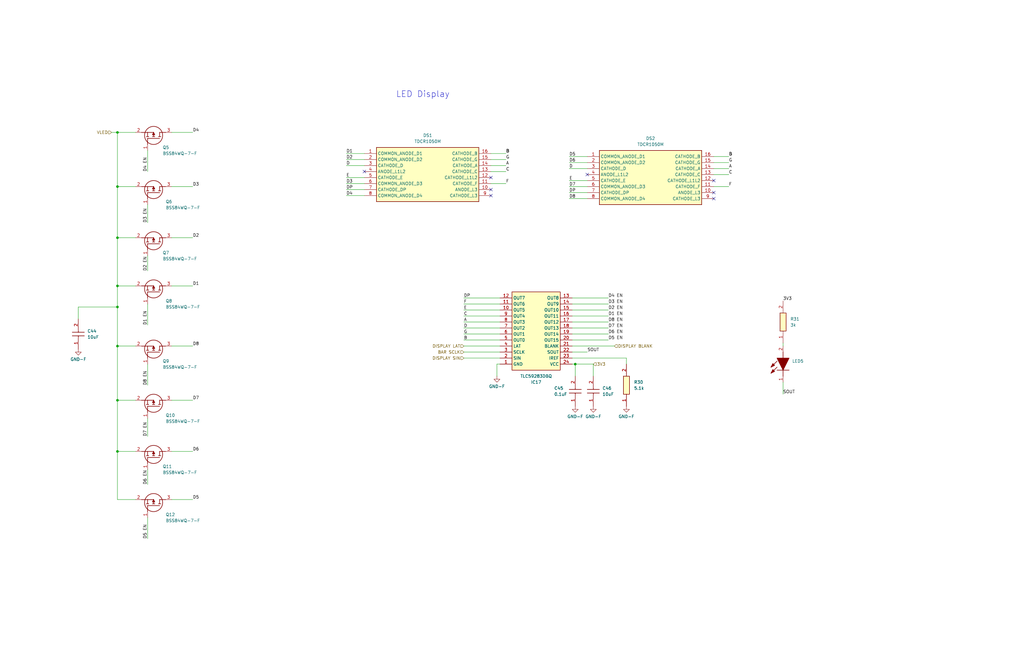
<source format=kicad_sch>
(kicad_sch (version 20231120) (generator "eeschema") (generator_version "8.0")
  (paper "B")
  (title_block (title "Audio System") (date "2025-02-06") (rev "P1") (company "Wolfe Engineering"))
  (lib_symbols
    (symbol "Audio System:150060SS75000" (pin_names hide)
      (property "Reference" "LED" (at 12.7 8.89 0))
      (property "Value" "150060SS75000" (at 12.7 6.35 0))
      (symbol "150060SS75000_1_1"
        (polyline (pts (xy 2.54 0) (xy 5.08 0)) (stroke (width 0.254)))
        (polyline (pts (xy 5.08 2.54) (xy 5.08 -2.54)) (stroke (width 0.254)))
        (polyline (pts (xy 6.35 2.54) (xy 3.81 5.08)) (stroke (width 0.254)))
        (polyline (pts (xy 8.89 2.54) (xy 6.35 5.08)) (stroke (width 0.254)))
        (polyline (pts (xy 10.16 0) (xy 12.7 0)) (stroke (width 0.254)))
        (polyline (pts (xy 5.08 0) (xy 10.16 2.54) (xy 10.16 -2.54) (xy 5.08 0)) (stroke (width 0.254)) (fill (type outline)))
        (polyline (pts (xy 5.334 4.318) (xy 4.572 3.556) (xy 3.81 5.08) (xy 5.334 4.318)) (stroke (width 0.254)) (fill (type outline)))
        (polyline (pts (xy 7.874 4.318) (xy 7.112 3.556) (xy 6.35 5.08) (xy 7.874 4.318)) (stroke (width 0.254)) (fill (type outline)))
        (pin passive line (at 0 0 0) (length 2.54) (name "K") (number "1"))
        (pin passive line (at 15.24 0 180) (length 2.54) (name "A") (number "2"))
      )
    )
    (symbol "Audio System:BSS84WQ-7-F" (pin_names hide)
      (property "Reference" "Q" (at 11.43 3.81 0))
      (property "Value" "BSS84WQ-7-F" (at 11.43 1.27 0))
      (symbol "BSS84WQ-7-F_1_1"
        (polyline (pts (xy 2.54 0) (xy 5.08 0)) (stroke (width 0.254)))
        (polyline (pts (xy 5.08 5.08) (xy 5.08 0)) (stroke (width 0.254)))
        (polyline (pts (xy 5.842 -0.508) (xy 5.842 0.508)) (stroke (width 0.254)))
        (polyline (pts (xy 5.842 0) (xy 7.62 0)) (stroke (width 0.254)))
        (polyline (pts (xy 5.842 2.032) (xy 5.842 3.048)) (stroke (width 0.254)))
        (polyline (pts (xy 5.842 5.588) (xy 5.842 4.572)) (stroke (width 0.254)))
        (polyline (pts (xy 7.62 2.54) (xy 5.842 2.54)) (stroke (width 0.254)))
        (polyline (pts (xy 7.62 2.54) (xy 7.62 -2.54)) (stroke (width 0.254)))
        (polyline (pts (xy 7.62 5.08) (xy 5.842 5.08)) (stroke (width 0.254)))
        (polyline (pts (xy 7.62 5.08) (xy 7.62 7.62)) (stroke (width 0.254)))
        (polyline (pts (xy 7.62 2.54) (xy 6.604 3.048) (xy 6.604 2.032) (xy 7.62 2.54)) (stroke (width 0.254)) (fill (type outline)))
        (circle (center 6.35 2.54) (radius 3.81) (stroke (width 0.254)))
        (pin passive line (at 0 0 0) (length 2.54) (name "G") (number "1"))
        (pin passive line (at 7.62 -5.08 90) (length 2.54) (name "S") (number "2"))
        (pin passive line (at 7.62 10.16 270) (length 2.54) (name "D") (number "3"))
      )
    )
    (symbol "Audio System:CC0603KRX7R7BB104" (pin_names hide)
      (property "Reference" "C" (at 8.89 6.35 0))
      (property "Value" "CC0603KRX7R7BB104" (at 8.89 3.81 0))
      (symbol "CC0603KRX7R7BB104_1_1"
        (polyline (pts (xy 5.08 0) (xy 5.588 0)) (stroke (width 0.254)))
        (polyline (pts (xy 5.588 2.54) (xy 5.588 -2.54)) (stroke (width 0.254)))
        (polyline (pts (xy 7.112 0) (xy 7.62 0)) (stroke (width 0.254)))
        (polyline (pts (xy 7.112 2.54) (xy 7.112 -2.54)) (stroke (width 0.254)))
        (pin passive line (at 0 0 0) (length 5.08) (name "1") (number "1"))
        (pin passive line (at 12.7 0 180) (length 5.08) (name "2") (number "2"))
      )
    )
    (symbol "Audio System:GRM21BR61C106KE15K" (pin_names hide)
      (property "Reference" "C" (at 8.89 6.35 0))
      (property "Value" "GRM21BR61C106KE15K" (at 8.89 3.81 0))
      (symbol "GRM21BR61C106KE15K_1_1"
        (polyline (pts (xy 5.08 0) (xy 5.588 0)) (stroke (width 0.254)))
        (polyline (pts (xy 5.588 2.54) (xy 5.588 -2.54)) (stroke (width 0.254)))
        (polyline (pts (xy 7.112 0) (xy 7.62 0)) (stroke (width 0.254)))
        (polyline (pts (xy 7.112 2.54) (xy 7.112 -2.54)) (stroke (width 0.254)))
        (pin passive line (at 0 0 0) (length 5.08) (name "1") (number "1"))
        (pin passive line (at 12.7 0 180) (length 5.08) (name "2") (number "2"))
      )
    )
    (symbol "Audio System:RC0603FR-073KL" (pin_names hide)
      (property "Reference" "R" (at 13.97 6.35 0))
      (property "Value" "RC0603FR-073KL" (at 13.97 3.81 0))
      (symbol "RC0603FR-073KL_1_1"
        (rectangle (start 5.08 1.27) (end 12.7 -1.27) (stroke (width 0.254)) (fill (type background)))
        (pin passive line (at 0 0 0) (length 5.08) (name "1") (number "1"))
        (pin passive line (at 17.78 0 180) (length 5.08) (name "2") (number "2"))
      )
    )
    (symbol "Audio System:RC0603FR-075K1L" (pin_names hide)
      (property "Reference" "R" (at 13.97 6.35 0))
      (property "Value" "RC0603FR-075K1L" (at 13.97 3.81 0))
      (symbol "RC0603FR-075K1L_1_1"
        (rectangle (start 5.08 1.27) (end 12.7 -1.27) (stroke (width 0.254)) (fill (type background)))
        (pin passive line (at 0 0 0) (length 5.08) (name "1") (number "1"))
        (pin passive line (at 17.78 0 180) (length 5.08) (name "2") (number "2"))
      )
    )
    (symbol "Audio System:TDCR1050M"
      (property "Reference" "DS" (at 49.53 7.62 0))
      (property "Value" "TDCR1050M" (at 49.53 5.08 0))
      (symbol "TDCR1050M_1_1"
        (rectangle (start 5.08 2.54) (end 48.26 -20.32) (stroke (width 0.254)) (fill (type background)))
        (pin passive line (at 0 0 0) (length 5.08) (name "COMMON_ANODE_D1") (number "1"))
        (pin passive line (at 53.34 -15.24 180) (length 5.08) (name "ANODE_L3") (number "10"))
        (pin passive line (at 53.34 -12.7 180) (length 5.08) (name "CATHODE_F") (number "11"))
        (pin passive line (at 53.34 -10.16 180) (length 5.08) (name "CATHODE_L1L2") (number "12"))
        (pin passive line (at 53.34 -7.62 180) (length 5.08) (name "CATHODE_C") (number "13"))
        (pin passive line (at 53.34 -5.08 180) (length 5.08) (name "CATHODE_A") (number "14"))
        (pin passive line (at 53.34 -2.54 180) (length 5.08) (name "CATHODE_G") (number "15"))
        (pin passive line (at 53.34 0 180) (length 5.08) (name "CATHODE_B") (number "16"))
        (pin passive line (at 0 -2.54 0) (length 5.08) (name "COMMON_ANODE_D2") (number "2"))
        (pin passive line (at 0 -5.08 0) (length 5.08) (name "CATHODE_D") (number "3"))
        (pin passive line (at 0 -7.62 0) (length 5.08) (name "ANODE_L1L2") (number "4"))
        (pin passive line (at 0 -10.16 0) (length 5.08) (name "CATHODE_E") (number "5"))
        (pin passive line (at 0 -12.7 0) (length 5.08) (name "COMMON_ANODE_D3") (number "6"))
        (pin passive line (at 0 -15.24 0) (length 5.08) (name "CATHODE_DP") (number "7"))
        (pin passive line (at 0 -17.78 0) (length 5.08) (name "COMMON_ANODE_D4") (number "8"))
        (pin passive line (at 53.34 -17.78 180) (length 5.08) (name "CATHODE_L3") (number "9"))
      )
    )
    (symbol "Audio System:TLC59283DBQ"
      (property "Reference" "IC" (at 26.67 7.62 0))
      (property "Value" "TLC59283DBQ" (at 26.67 5.08 0))
      (symbol "TLC59283DBQ_1_1"
        (rectangle (start 5.08 2.54) (end 25.4 -30.48) (stroke (width 0.254)) (fill (type background)))
        (pin passive line (at 0 0 0) (length 5.08) (name "GND") (number "1"))
        (pin passive line (at 0 -22.86 0) (length 5.08) (name "OUT5") (number "10"))
        (pin passive line (at 0 -25.4 0) (length 5.08) (name "OUT6") (number "11"))
        (pin passive line (at 0 -27.94 0) (length 5.08) (name "OUT7") (number "12"))
        (pin passive line (at 30.48 -27.94 180) (length 5.08) (name "OUT8") (number "13"))
        (pin passive line (at 30.48 -25.4 180) (length 5.08) (name "OUT9") (number "14"))
        (pin passive line (at 30.48 -22.86 180) (length 5.08) (name "OUT10") (number "15"))
        (pin passive line (at 30.48 -20.32 180) (length 5.08) (name "OUT11") (number "16"))
        (pin passive line (at 30.48 -17.78 180) (length 5.08) (name "OUT12") (number "17"))
        (pin passive line (at 30.48 -15.24 180) (length 5.08) (name "OUT13") (number "18"))
        (pin passive line (at 30.48 -12.7 180) (length 5.08) (name "OUT14") (number "19"))
        (pin passive line (at 0 -2.54 0) (length 5.08) (name "SIN") (number "2"))
        (pin passive line (at 30.48 -10.16 180) (length 5.08) (name "OUT15") (number "20"))
        (pin passive line (at 30.48 -7.62 180) (length 5.08) (name "BLANK") (number "21"))
        (pin passive line (at 30.48 -5.08 180) (length 5.08) (name "SOUT") (number "22"))
        (pin passive line (at 30.48 -2.54 180) (length 5.08) (name "IREF") (number "23"))
        (pin passive line (at 30.48 0 180) (length 5.08) (name "VCC") (number "24"))
        (pin passive line (at 0 -5.08 0) (length 5.08) (name "SCLK") (number "3"))
        (pin passive line (at 0 -7.62 0) (length 5.08) (name "LAT") (number "4"))
        (pin passive line (at 0 -10.16 0) (length 5.08) (name "OUT0") (number "5"))
        (pin passive line (at 0 -12.7 0) (length 5.08) (name "OUT1") (number "6"))
        (pin passive line (at 0 -15.24 0) (length 5.08) (name "OUT2") (number "7"))
        (pin passive line (at 0 -17.78 0) (length 5.08) (name "OUT3") (number "8"))
        (pin passive line (at 0 -20.32 0) (length 5.08) (name "OUT4") (number "9"))
      )
    )
    (symbol "GND_2" (power) (pin_names (offset 0))
      (property "Value" "GND" (at 0 -3.81 0))
      (symbol "GND_2_0_1"
        (polyline (pts (xy 0 0) (xy 0 -1.27) (xy 1.27 -1.27) (xy 0 -2.54) (xy -1.27 -1.27) (xy 0 -1.27)))
      )
      (symbol "GND_2_1_1"
        (pin power_in line (at 0 0 270) (length 0) hide (name "GND") (number "1"))
      )
    )
  )
  (junction (at 49.53 55.88))
  (junction (at 242.57 153.67))
  (junction (at 49.53 78.74))
  (junction (at 49.53 129.54))
  (junction (at 49.53 168.91))
  (junction (at 49.53 120.65))
  (junction (at 49.53 146.05))
  (junction (at 49.53 100.33))
  (junction (at 49.53 190.5))
  (no_connect (at 300.99 76.2))
  (no_connect (at 247.65 73.66))
  (no_connect (at 207.01 80.01))
  (no_connect (at 300.99 83.82))
  (no_connect (at 153.67 72.39))
  (no_connect (at 207.01 82.55))
  (no_connect (at 300.99 81.28))
  (no_connect (at 207.01 74.93))
  (wire (pts (xy 207.01 64.77) (xy 213.36 64.77)))
  (wire (pts (xy 241.3 133.35) (xy 256.54 133.35)))
  (wire (pts (xy 146.05 77.47) (xy 153.67 77.47)))
  (wire (pts (xy 241.3 148.59) (xy 247.65 148.59)))
  (wire (pts (xy 195.58 135.89) (xy 210.82 135.89)))
  (wire (pts (xy 242.57 153.67) (xy 242.57 158.75)))
  (wire (pts (xy 146.05 64.77) (xy 153.67 64.77)))
  (wire (pts (xy 241.3 130.81) (xy 256.54 130.81)))
  (wire (pts (xy 33.02 129.54) (xy 49.53 129.54)))
  (wire (pts (xy 146.05 74.93) (xy 153.67 74.93)))
  (wire (pts (xy 300.99 68.58) (xy 307.34 68.58)))
  (wire (pts (xy 300.99 66.04) (xy 307.34 66.04)))
  (wire (pts (xy 195.58 151.13) (xy 210.82 151.13)))
  (wire (pts (xy 207.01 72.39) (xy 213.36 72.39)))
  (wire (pts (xy 72.39 78.74) (xy 81.28 78.74)))
  (wire (pts (xy 264.16 151.13) (xy 264.16 153.67)))
  (wire (pts (xy 330.2 161.29) (xy 330.2 166.37)))
  (wire (pts (xy 62.23 137.16) (xy 62.23 128.27)))
  (wire (pts (xy 62.23 184.15) (xy 62.23 176.53)))
  (wire (pts (xy 72.39 120.65) (xy 81.28 120.65)))
  (wire (pts (xy 49.53 100.33) (xy 49.53 120.65)))
  (wire (pts (xy 241.3 151.13) (xy 264.16 151.13)))
  (wire (pts (xy 241.3 153.67) (xy 242.57 153.67)))
  (wire (pts (xy 49.53 168.91) (xy 49.53 190.5)))
  (wire (pts (xy 209.55 153.67) (xy 209.55 158.75)))
  (wire (pts (xy 49.53 100.33) (xy 57.15 100.33)))
  (wire (pts (xy 49.53 168.91) (xy 57.15 168.91)))
  (wire (pts (xy 240.03 68.58) (xy 247.65 68.58)))
  (wire (pts (xy 241.3 138.43) (xy 256.54 138.43)))
  (wire (pts (xy 49.53 190.5) (xy 57.15 190.5)))
  (wire (pts (xy 300.99 73.66) (xy 307.34 73.66)))
  (wire (pts (xy 195.58 133.35) (xy 210.82 133.35)))
  (wire (pts (xy 195.58 143.51) (xy 210.82 143.51)))
  (wire (pts (xy 207.01 77.47) (xy 213.36 77.47)))
  (wire (pts (xy 49.53 210.82) (xy 57.15 210.82)))
  (wire (pts (xy 72.39 100.33) (xy 81.28 100.33)))
  (wire (pts (xy 49.53 78.74) (xy 49.53 100.33)))
  (wire (pts (xy 49.53 78.74) (xy 57.15 78.74)))
  (wire (pts (xy 146.05 67.31) (xy 153.67 67.31)))
  (wire (pts (xy 241.3 135.89) (xy 256.54 135.89)))
  (wire (pts (xy 49.53 190.5) (xy 49.53 210.82)))
  (wire (pts (xy 241.3 125.73) (xy 256.54 125.73)))
  (wire (pts (xy 72.39 55.88) (xy 81.28 55.88)))
  (wire (pts (xy 240.03 76.2) (xy 247.65 76.2)))
  (wire (pts (xy 49.53 146.05) (xy 57.15 146.05)))
  (wire (pts (xy 241.3 143.51) (xy 256.54 143.51)))
  (wire (pts (xy 210.82 153.67) (xy 209.55 153.67)))
  (wire (pts (xy 72.39 168.91) (xy 81.28 168.91)))
  (wire (pts (xy 62.23 204.47) (xy 62.23 198.12)))
  (wire (pts (xy 207.01 67.31) (xy 213.36 67.31)))
  (wire (pts (xy 195.58 140.97) (xy 210.82 140.97)))
  (wire (pts (xy 195.58 148.59) (xy 210.82 148.59)))
  (wire (pts (xy 49.53 120.65) (xy 57.15 120.65)))
  (wire (pts (xy 146.05 82.55) (xy 153.67 82.55)))
  (wire (pts (xy 195.58 138.43) (xy 210.82 138.43)))
  (wire (pts (xy 241.3 128.27) (xy 256.54 128.27)))
  (wire (pts (xy 62.23 114.3) (xy 62.23 107.95)))
  (wire (pts (xy 72.39 190.5) (xy 81.28 190.5)))
  (wire (pts (xy 46.99 55.88) (xy 49.53 55.88)))
  (wire (pts (xy 195.58 130.81) (xy 210.82 130.81)))
  (wire (pts (xy 240.03 78.74) (xy 247.65 78.74)))
  (wire (pts (xy 62.23 93.98) (xy 62.23 86.36)))
  (wire (pts (xy 195.58 128.27) (xy 210.82 128.27)))
  (wire (pts (xy 300.99 71.12) (xy 307.34 71.12)))
  (wire (pts (xy 49.53 120.65) (xy 49.53 129.54)))
  (wire (pts (xy 250.19 158.75) (xy 250.19 153.67)))
  (wire (pts (xy 72.39 146.05) (xy 81.28 146.05)))
  (wire (pts (xy 62.23 162.56) (xy 62.23 153.67)))
  (wire (pts (xy 146.05 80.01) (xy 153.67 80.01)))
  (wire (pts (xy 62.23 227.33) (xy 62.23 218.44)))
  (wire (pts (xy 195.58 146.05) (xy 210.82 146.05)))
  (wire (pts (xy 330.2 144.78) (xy 330.2 146.05)))
  (wire (pts (xy 57.15 55.88) (xy 49.53 55.88)))
  (wire (pts (xy 241.3 146.05) (xy 259.08 146.05)))
  (wire (pts (xy 300.99 78.74) (xy 307.34 78.74)))
  (wire (pts (xy 49.53 55.88) (xy 49.53 78.74)))
  (wire (pts (xy 72.39 210.82) (xy 81.28 210.82)))
  (wire (pts (xy 33.02 134.62) (xy 33.02 129.54)))
  (wire (pts (xy 62.23 72.39) (xy 62.23 63.5)))
  (wire (pts (xy 195.58 125.73) (xy 210.82 125.73)))
  (wire (pts (xy 240.03 83.82) (xy 247.65 83.82)))
  (wire (pts (xy 241.3 140.97) (xy 256.54 140.97)))
  (wire (pts (xy 240.03 71.12) (xy 247.65 71.12)))
  (wire (pts (xy 240.03 66.04) (xy 247.65 66.04)))
  (wire (pts (xy 49.53 146.05) (xy 49.53 168.91)))
  (wire (pts (xy 207.01 69.85) (xy 213.36 69.85)))
  (wire (pts (xy 242.57 153.67) (xy 250.19 153.67)))
  (wire (pts (xy 146.05 69.85) (xy 153.67 69.85)))
  (wire (pts (xy 240.03 81.28) (xy 247.65 81.28)))
  (wire (pts (xy 49.53 129.54) (xy 49.53 146.05)))
  (text "LED Display" (at 178.308 39.878 0) (effects (font (size 2.54 2.54))))
  (label "A" (at 307.34 71.12 0))
  (label "D3 EN" (at 256.54 128.27 0))
  (label "D2 EN" (at 62.23 114.3 90))
  (label "G" (at 195.58 140.97 0))
  (label "D5 EN" (at 62.23 227.33 90))
  (label "C" (at 213.36 72.39 0))
  (label "E" (at 195.58 130.81 0))
  (label "A" (at 195.58 135.89 0))
  (label "D8" (at 81.28 146.05 0))
  (label "F" (at 213.36 77.47 0))
  (label "D4" (at 146.05 82.55 0))
  (label "E" (at 240.03 76.2 0))
  (label "D3" (at 81.28 78.74 0))
  (label "D5 EN" (at 256.54 143.51 0))
  (label "D6" (at 240.03 68.58 0))
  (label "D5" (at 240.03 66.04 0))
  (label "D1" (at 146.05 64.77 0))
  (label "D1 EN" (at 256.54 133.35 0))
  (label "D" (at 146.05 69.85 0))
  (label "DP" (at 195.58 125.73 0))
  (label "D2 EN" (at 256.54 130.81 0))
  (label "D6 EN" (at 256.54 140.97 0))
  (label "D6" (at 81.28 190.5 0))
  (label "B" (at 213.36 64.77 0))
  (label "G" (at 307.34 68.58 0))
  (label "DP" (at 240.03 81.28 0))
  (label "D1" (at 81.28 120.65 0))
  (label "G" (at 213.36 67.31 0))
  (label "E" (at 146.05 74.93 0))
  (label "D6 EN" (at 62.23 204.47 90))
  (label "D4 EN" (at 62.23 72.39 90))
  (label "D8 EN" (at 62.23 162.56 90))
  (label "D8 EN" (at 256.54 135.89 0))
  (label "F" (at 195.58 128.27 0))
  (label "D5" (at 81.28 210.82 0))
  (label "D3 EN" (at 62.23 93.98 90))
  (label "DP" (at 146.05 80.01 0))
  (label "B" (at 195.58 143.51 0))
  (label "D7 EN" (at 256.54 138.43 0))
  (label "D4 EN" (at 256.54 125.73 0))
  (label "D2" (at 81.28 100.33 0))
  (label "C" (at 307.34 73.66 0))
  (label "D3" (at 146.05 77.47 0))
  (label "B" (at 307.34 66.04 0))
  (label "3V3" (at 330.2 127 0))
  (label "SOUT" (at 247.65 148.59 0))
  (label "C" (at 195.58 133.35 0))
  (label "B" (at 213.36 64.77 0))
  (label "D7" (at 240.03 78.74 0))
  (label "D" (at 240.03 71.12 0))
  (label "F" (at 307.34 78.74 0))
  (label "D" (at 195.58 138.43 0))
  (label "D8" (at 240.03 83.82 0))
  (label "D1 EN" (at 62.23 137.16 90))
  (label "D7" (at 81.28 168.91 0))
  (label "B" (at 307.34 66.04 0))
  (label "D2" (at 146.05 67.31 0))
  (label "SOUT" (at 330.2 166.37 0))
  (label "D4" (at 81.28 55.88 0))
  (label "D7 EN" (at 62.23 184.15 90))
  (label "A" (at 213.36 69.85 0))
  (hierarchical_label "BAR SCLK" (shape input) (at 195.58 148.59 180))
  (hierarchical_label "VLED" (shape input) (at 46.99 55.88 180))
  (hierarchical_label "3V3" (shape input) (at 250.19 153.67 0))
  (hierarchical_label "DISPLAY LAT" (shape input) (at 195.58 146.05 180))
  (hierarchical_label "DISPLAY SIN" (shape input) (at 195.58 151.13 180))
  (hierarchical_label "DISPLAY BLANK" (shape input) (at 259.08 146.05 0))
  (symbol (lib_id "Audio System:BSS84WQ-7-F") (at 62.23 128.27 270) (mirror x) (unit 1)
    (property "Reference" "Q8" (at 69.85 127 90) (effects (justify left)))
    (property "Value" "BSS84WQ-7-F" (at 69.85 129.54 90) (effects (justify left)))
    (property "Footprint" "1 Audio Amp:SOT65P210X110-3N" (effects (hide yes)))
    (property "Datasheet" "https://www.diodes.com//assets/Datasheets/BSS84WQ.pdf" (effects (hide yes)))
    (property "Height" "1.1" (effects (hide yes)))
    (property "Manufacturer_Name" "Diodes Incorporated" (effects (hide yes)))
    (property "Manufacturer_Part_Number" "BSS84WQ-7-F" (effects (hide yes)))
    (property "Mouser Part Number" "621-BSS84WQ-7-F" (effects (hide yes)))
    (property "Mouser Price/Stock" "https://www.mouser.co.uk/ProductDetail/Diodes-Incorporated/BSS84WQ-7-F?qs=wtVJq%252Be05r%252B5TZHG3xVH8w%3D%3D" (effects (hide yes)))
    (property "Arrow Part Number" "BSS84WQ-7-F" (effects (hide yes)))
    (property "Arrow Price/Stock" "https://www.arrow.com/en/products/bss84wq-7-f/diodes-incorporated?region=nac" (effects (hide yes)))
  )
  (symbol (lib_id "Audio System:BSS84WQ-7-F") (at 62.23 86.36 270) (mirror x) (unit 1)
    (property "Reference" "Q6" (at 69.85 85.09 90) (effects (justify left)))
    (property "Value" "BSS84WQ-7-F" (at 69.85 87.63 90) (effects (justify left)))
    (property "Footprint" "1 Audio Amp:SOT65P210X110-3N" (effects (hide yes)))
    (property "Datasheet" "https://www.diodes.com//assets/Datasheets/BSS84WQ.pdf" (effects (hide yes)))
    (property "Height" "1.1" (effects (hide yes)))
    (property "Manufacturer_Name" "Diodes Incorporated" (effects (hide yes)))
    (property "Manufacturer_Part_Number" "BSS84WQ-7-F" (effects (hide yes)))
    (property "Mouser Part Number" "621-BSS84WQ-7-F" (effects (hide yes)))
    (property "Mouser Price/Stock" "https://www.mouser.co.uk/ProductDetail/Diodes-Incorporated/BSS84WQ-7-F?qs=wtVJq%252Be05r%252B5TZHG3xVH8w%3D%3D" (effects (hide yes)))
    (property "Arrow Part Number" "BSS84WQ-7-F" (effects (hide yes)))
    (property "Arrow Price/Stock" "https://www.arrow.com/en/products/bss84wq-7-f/diodes-incorporated?region=nac" (effects (hide yes)))
  )
  (symbol (lib_id "Audio System:TLC59283DBQ") (at 210.82 153.67 0) (mirror x) (unit 1)
    (property "Reference" "IC17" (at 226.06 161.29 0))
    (property "Value" "TLC59283DBQ" (at 226.06 158.75 0))
    (property "Footprint" "1 Audio Amp:SOP64P600X175-24N" (effects (hide yes)))
    (property "Datasheet" "https://www.ti.com/lit/ds/symlink/tlc59283.pdf?ts=1630477922356&ref_url=https%253A%252F%252Fwww.google.com%252F" (effects (hide yes)))
    (property "Height" "1.75" (effects (hide yes)))
    (property "Manufacturer_Name" "Texas Instruments" (effects (hide yes)))
    (property "Manufacturer_Part_Number" "TLC59283DBQ" (effects (hide yes)))
    (property "Mouser Part Number" "595-TLC59283DBQ" (effects (hide yes)))
    (property "Mouser Price/Stock" "https://www.mouser.co.uk/ProductDetail/Texas-Instruments/TLC59283DBQ?qs=Z9twEOuL%252B%2FKEr%2FW0CR%252BNoA%3D%3D" (effects (hide yes)))
    (property "Arrow Part Number" "TLC59283DBQ" (effects (hide yes)))
    (property "Arrow Price/Stock" "https://www.arrow.com/en/products/tlc59283dbq/texas-instruments?region=nac" (effects (hide yes)))
  )
  (symbol (lib_id "Audio System:BSS84WQ-7-F") (at 62.23 107.95 270) (mirror x) (unit 1)
    (property "Reference" "Q7" (at 68.58 106.68 90) (effects (justify left)))
    (property "Value" "BSS84WQ-7-F" (at 68.58 109.22 90) (effects (justify left)))
    (property "Footprint" "1 Audio Amp:SOT65P210X110-3N" (effects (hide yes)))
    (property "Datasheet" "https://www.diodes.com//assets/Datasheets/BSS84WQ.pdf" (effects (hide yes)))
    (property "Height" "1.1" (effects (hide yes)))
    (property "Manufacturer_Name" "Diodes Incorporated" (effects (hide yes)))
    (property "Manufacturer_Part_Number" "BSS84WQ-7-F" (effects (hide yes)))
    (property "Mouser Part Number" "621-BSS84WQ-7-F" (effects (hide yes)))
    (property "Mouser Price/Stock" "https://www.mouser.co.uk/ProductDetail/Diodes-Incorporated/BSS84WQ-7-F?qs=wtVJq%252Be05r%252B5TZHG3xVH8w%3D%3D" (effects (hide yes)))
    (property "Arrow Part Number" "BSS84WQ-7-F" (effects (hide yes)))
    (property "Arrow Price/Stock" "https://www.arrow.com/en/products/bss84wq-7-f/diodes-incorporated?region=nac" (effects (hide yes)))
  )
  (symbol (lib_id "Audio System:GRM21BR61C106KE15K") (at 250.19 171.45 90) (unit 1)
    (property "Reference" "C46" (at 254 163.83 90) (effects (justify right)))
    (property "Value" "10uF" (at 254 166.37 90) (effects (justify right)))
    (property "Footprint" "1 Audio Amp:CAPC2012X145N" (effects (hide yes)))
    (property "Datasheet" "http://www.murata.com/~/media/webrenewal/support/library/catalog/products/capacitor/mlcc/c02e.pdf" (effects (hide yes)))
    (property "Height" "1.45" (effects (hide yes)))
    (property "Manufacturer_Name" "Murata Electronics" (effects (hide yes)))
    (property "Manufacturer_Part_Number" "GRM21BR61C106KE15K" (effects (hide yes)))
    (property "Mouser Part Number" "81-GRM21BR61C106KE5K" (effects (hide yes)))
    (property "Mouser Price/Stock" "https://www.mouser.co.uk/ProductDetail/Murata-Electronics/GRM21BR61C106KE15K?qs=h0WOCFF19ULjTOS37upAEw%3D%3D" (effects (hide yes)))
    (property "Arrow Part Number" "GRM21BR61C106KE15K" (effects (hide yes)))
    (property "Arrow Price/Stock" "https://www.arrow.com/en/products/grm21br61c106ke15k/murata-manufacturing?utm_currency=USD&region=nac" (effects (hide yes)))
  )
  (symbol (lib_name "GND_2") (lib_id "power:GND") (at 209.55 158.75 0) (unit 1)
    (property "Reference" "#PWR083" (effects (hide yes)))
    (property "Value" "GND-F" (at 209.55 163.068 0))
  )
  (symbol (lib_id "Audio System:RC0603FR-075K1L") (at 264.16 171.45 90) (unit 1)
    (property "Reference" "R30" (at 267.335 161.29 90) (effects (justify right)))
    (property "Value" "5.1k" (at 267.335 163.83 90) (effects (justify right)))
    (property "Footprint" "1 Audio Amp:RESC1608X55N" (effects (hide yes)))
    (property "Datasheet" "http://www.yageo.com/documents/recent/PYu-RC0603_51_RoHS_L_v5.pdf" (effects (hide yes)))
    (property "Height" "0.55" (effects (hide yes)))
    (property "Manufacturer_Name" "KEMET" (effects (hide yes)))
    (property "Manufacturer_Part_Number" "RC0603FR-075K1L" (effects (hide yes)))
    (property "Mouser Part Number" "603-RC0603FR-075K1L" (effects (hide yes)))
    (property "Mouser Price/Stock" "https://www.mouser.co.uk/ProductDetail/YAGEO/RC0603FR-075K1L?qs=gt6vzsuosg2jUUwxnI2PJQ%3D%3D" (effects (hide yes)))
    (property "Arrow Part Number" "RC0603FR-075K1L" (effects (hide yes)))
    (property "Arrow Price/Stock" "https://www.arrow.com/en/products/rc0603fr-075k1l/yageo?region=nac" (effects (hide yes)))
  )
  (symbol (lib_id "Audio System:GRM21BR61C106KE15K") (at 33.02 147.32 90) (unit 1)
    (property "Reference" "C44" (at 36.83 139.7 90) (effects (justify right)))
    (property "Value" "10uF" (at 36.83 142.24 90) (effects (justify right)))
    (property "Footprint" "1 Audio Amp:CAPC2012X145N" (effects (hide yes)))
    (property "Datasheet" "http://www.murata.com/~/media/webrenewal/support/library/catalog/products/capacitor/mlcc/c02e.pdf" (effects (hide yes)))
    (property "Height" "1.45" (effects (hide yes)))
    (property "Manufacturer_Name" "Murata Electronics" (effects (hide yes)))
    (property "Manufacturer_Part_Number" "GRM21BR61C106KE15K" (effects (hide yes)))
    (property "Mouser Part Number" "81-GRM21BR61C106KE5K" (effects (hide yes)))
    (property "Mouser Price/Stock" "https://www.mouser.co.uk/ProductDetail/Murata-Electronics/GRM21BR61C106KE15K?qs=h0WOCFF19ULjTOS37upAEw%3D%3D" (effects (hide yes)))
    (property "Arrow Part Number" "GRM21BR61C106KE15K" (effects (hide yes)))
    (property "Arrow Price/Stock" "https://www.arrow.com/en/products/grm21br61c106ke15k/murata-manufacturing?utm_currency=USD&region=nac" (effects (hide yes)))
  )
  (symbol (lib_id "Audio System:TDCR1050M") (at 247.65 66.04 0) (unit 1)
    (property "Reference" "DS2" (at 274.32 58.42 0))
    (property "Value" "TDCR1050M" (at 274.32 60.96 0))
    (property "Footprint" "1 Audio Amp:DIPS1016W50P254L4020H725Q16N" (effects (hide yes)))
    (property "Datasheet" "https://www.vishay.com/docs/83180/tdcx10x0m.pdf" (effects (hide yes)))
    (property "Height" "7.25" (effects (hide yes)))
    (property "Manufacturer_Name" "Vishay" (effects (hide yes)))
    (property "Manufacturer_Part_Number" "TDCR1050M" (effects (hide yes)))
    (property "Mouser Part Number" "78-TDCR1050M" (effects (hide yes)))
    (property "Mouser Price/Stock" "https://www.mouser.co.uk/ProductDetail/Vishay-Semiconductors/TDCR1050M?qs=RzxYCzJDjPVEfTEFPHCLeg%3D%3D" (effects (hide yes)))
    (property "Arrow Part Number" "TDCR1050M" (effects (hide yes)))
    (property "Arrow Price/Stock" "https://www.arrow.com/en/products/tdcr1050m/vishay?region=nac" (effects (hide yes)))
  )
  (symbol (lib_id "Audio System:TDCR1050M") (at 153.67 64.77 0) (unit 1)
    (property "Reference" "DS1" (at 180.34 57.15 0))
    (property "Value" "TDCR1050M" (at 180.34 59.69 0))
    (property "Footprint" "1 Audio Amp:DIPS1016W50P254L4020H725Q16N" (effects (hide yes)))
    (property "Datasheet" "https://www.vishay.com/docs/83180/tdcx10x0m.pdf" (effects (hide yes)))
    (property "Height" "7.25" (effects (hide yes)))
    (property "Manufacturer_Name" "Vishay" (effects (hide yes)))
    (property "Manufacturer_Part_Number" "TDCR1050M" (effects (hide yes)))
    (property "Mouser Part Number" "78-TDCR1050M" (effects (hide yes)))
    (property "Mouser Price/Stock" "https://www.mouser.co.uk/ProductDetail/Vishay-Semiconductors/TDCR1050M?qs=RzxYCzJDjPVEfTEFPHCLeg%3D%3D" (effects (hide yes)))
    (property "Arrow Part Number" "TDCR1050M" (effects (hide yes)))
    (property "Arrow Price/Stock" "https://www.arrow.com/en/products/tdcr1050m/vishay?region=nac" (effects (hide yes)))
  )
  (symbol (lib_name "GND_2") (lib_id "power:GND") (at 250.19 171.45 0) (unit 1)
    (property "Reference" "#PWR085" (effects (hide yes)))
    (property "Value" "GND-F" (at 250.19 175.768 0))
  )
  (symbol (lib_id "Audio System:150060SS75000") (at 330.2 161.29 90) (unit 1)
    (property "Reference" "LED5" (at 334.01 152.4 90) (effects (justify right)))
    (property "Value" "150060SS75000" (effects (hide yes)))
    (property "Footprint" "1 Audio Amp:LEDC1608X80N" (effects (hide yes)))
    (property "Height" "0.8" (effects (hide yes)))
    (property "Manufacturer_Name" "Wurth Elektronik" (effects (hide yes)))
    (property "Manufacturer_Part_Number" "150060SS75000" (effects (hide yes)))
    (property "Mouser Part Number" "710-150060SS75000" (effects (hide yes)))
    (property "Mouser Price/Stock" "https://www.mouser.co.uk/ProductDetail/Wurth-Elektronik/150060SS75000?qs=LlUlMxKIyB0oQaxwspeTEA%3D%3D" (effects (hide yes)))
  )
  (symbol (lib_name "GND_2") (lib_id "power:GND") (at 242.57 171.45 0) (unit 1)
    (property "Reference" "#PWR084" (effects (hide yes)))
    (property "Value" "GND-F" (at 242.57 175.768 0))
  )
  (symbol (lib_name "GND_2") (lib_id "power:GND") (at 33.02 147.32 0) (unit 1)
    (property "Reference" "#PWR082" (effects (hide yes)))
    (property "Value" "GND-F" (at 33.02 151.638 0))
  )
  (symbol (lib_id "Audio System:BSS84WQ-7-F") (at 62.23 153.67 270) (mirror x) (unit 1)
    (property "Reference" "Q9" (at 68.58 152.4 90) (effects (justify left)))
    (property "Value" "BSS84WQ-7-F" (at 68.58 154.94 90) (effects (justify left)))
    (property "Footprint" "1 Audio Amp:SOT65P210X110-3N" (effects (hide yes)))
    (property "Datasheet" "https://www.diodes.com//assets/Datasheets/BSS84WQ.pdf" (effects (hide yes)))
    (property "Height" "1.1" (effects (hide yes)))
    (property "Manufacturer_Name" "Diodes Incorporated" (effects (hide yes)))
    (property "Manufacturer_Part_Number" "BSS84WQ-7-F" (effects (hide yes)))
    (property "Mouser Part Number" "621-BSS84WQ-7-F" (effects (hide yes)))
    (property "Mouser Price/Stock" "https://www.mouser.co.uk/ProductDetail/Diodes-Incorporated/BSS84WQ-7-F?qs=wtVJq%252Be05r%252B5TZHG3xVH8w%3D%3D" (effects (hide yes)))
    (property "Arrow Part Number" "BSS84WQ-7-F" (effects (hide yes)))
    (property "Arrow Price/Stock" "https://www.arrow.com/en/products/bss84wq-7-f/diodes-incorporated?region=nac" (effects (hide yes)))
  )
  (symbol (lib_id "Audio System:BSS84WQ-7-F") (at 62.23 63.5 270) (mirror x) (unit 1)
    (property "Reference" "Q5" (at 68.58 62.23 90) (effects (justify left)))
    (property "Value" "BSS84WQ-7-F" (at 68.58 64.77 90) (effects (justify left)))
    (property "Footprint" "1 Audio Amp:SOT65P210X110-3N" (effects (hide yes)))
    (property "Datasheet" "https://www.diodes.com//assets/Datasheets/BSS84WQ.pdf" (effects (hide yes)))
    (property "Height" "1.1" (effects (hide yes)))
    (property "Manufacturer_Name" "Diodes Incorporated" (effects (hide yes)))
    (property "Manufacturer_Part_Number" "BSS84WQ-7-F" (effects (hide yes)))
    (property "Mouser Part Number" "621-BSS84WQ-7-F" (effects (hide yes)))
    (property "Mouser Price/Stock" "https://www.mouser.co.uk/ProductDetail/Diodes-Incorporated/BSS84WQ-7-F?qs=wtVJq%252Be05r%252B5TZHG3xVH8w%3D%3D" (effects (hide yes)))
    (property "Arrow Part Number" "BSS84WQ-7-F" (effects (hide yes)))
    (property "Arrow Price/Stock" "https://www.arrow.com/en/products/bss84wq-7-f/diodes-incorporated?region=nac" (effects (hide yes)))
  )
  (symbol (lib_id "Audio System:RC0603FR-073KL") (at 330.2 144.78 90) (unit 1)
    (property "Reference" "R31" (at 333.248 134.62 90) (effects (justify right)))
    (property "Value" "3k" (at 333.248 137.16 90) (effects (justify right)))
    (property "Footprint" "1 Audio Amp:RESC1608X55N" (effects (hide yes)))
    (property "Datasheet" "http://www.yageo.com/documents/recent/PYu-RC0603_51_RoHS_L_v5.pdf" (effects (hide yes)))
    (property "Height" "0.55" (effects (hide yes)))
    (property "Manufacturer_Name" "KEMET" (effects (hide yes)))
    (property "Manufacturer_Part_Number" "RC0603FR-073KL" (effects (hide yes)))
    (property "Mouser Part Number" "603-RC0603FR-073KL" (effects (hide yes)))
    (property "Mouser Price/Stock" "https://www.mouser.co.uk/ProductDetail/YAGEO/RC0603FR-073KL?qs=gt6vzsuosg28N5hJbu0EKA%3D%3D" (effects (hide yes)))
  )
  (symbol (lib_id "Audio System:BSS84WQ-7-F") (at 62.23 198.12 270) (mirror x) (unit 1)
    (property "Reference" "Q11" (at 68.58 196.85 90) (effects (justify left)))
    (property "Value" "BSS84WQ-7-F" (at 68.58 199.39 90) (effects (justify left)))
    (property "Footprint" "1 Audio Amp:SOT65P210X110-3N" (effects (hide yes)))
    (property "Datasheet" "https://www.diodes.com//assets/Datasheets/BSS84WQ.pdf" (effects (hide yes)))
    (property "Height" "1.1" (effects (hide yes)))
    (property "Manufacturer_Name" "Diodes Incorporated" (effects (hide yes)))
    (property "Manufacturer_Part_Number" "BSS84WQ-7-F" (effects (hide yes)))
    (property "Mouser Part Number" "621-BSS84WQ-7-F" (effects (hide yes)))
    (property "Mouser Price/Stock" "https://www.mouser.co.uk/ProductDetail/Diodes-Incorporated/BSS84WQ-7-F?qs=wtVJq%252Be05r%252B5TZHG3xVH8w%3D%3D" (effects (hide yes)))
    (property "Arrow Part Number" "BSS84WQ-7-F" (effects (hide yes)))
    (property "Arrow Price/Stock" "https://www.arrow.com/en/products/bss84wq-7-f/diodes-incorporated?region=nac" (effects (hide yes)))
  )
  (symbol (lib_name "GND_2") (lib_id "power:GND") (at 264.16 171.45 0) (unit 1)
    (property "Reference" "#PWR086" (effects (hide yes)))
    (property "Value" "GND-F" (at 264.16 175.768 0))
  )
  (symbol (lib_id "Audio System:CC0603KRX7R7BB104") (at 242.57 171.45 90) (unit 1)
    (property "Reference" "C45" (at 233.68 163.83 90) (effects (justify right)))
    (property "Value" "0.1uF" (at 233.68 166.37 90) (effects (justify right)))
    (property "Footprint" "1 Audio Amp:CAPC1608X90N" (effects (hide yes)))
    (property "Datasheet" "https://www.yageo.com/en/Chart/Download/pdf/CC0603KRX7R7BB104" (effects (hide yes)))
    (property "Height" "0.9" (effects (hide yes)))
    (property "Manufacturer_Name" "YAGEO" (effects (hide yes)))
    (property "Manufacturer_Part_Number" "CC0603KRX7R7BB104" (effects (hide yes)))
    (property "Mouser Part Number" "603-CC603KRX7R7BB104" (effects (hide yes)))
    (property "Mouser Price/Stock" "https://www.mouser.co.uk/ProductDetail/YAGEO/CC0603KRX7R7BB104?qs=AgBp2OyFlx8KPmNTlFoWXA%3D%3D" (effects (hide yes)))
    (property "Arrow Part Number" "CC0603KRX7R7BB104" (effects (hide yes)))
    (property "Arrow Price/Stock" "https://www.arrow.com/en/products/cc0603krx7r7bb104/yageo?region=europe" (effects (hide yes)))
  )
  (symbol (lib_id "Audio System:BSS84WQ-7-F") (at 62.23 218.44 270) (mirror x) (unit 1)
    (property "Reference" "Q12" (at 69.85 217.17 90) (effects (justify left)))
    (property "Value" "BSS84WQ-7-F" (at 69.85 219.71 90) (effects (justify left)))
    (property "Footprint" "1 Audio Amp:SOT65P210X110-3N" (effects (hide yes)))
    (property "Datasheet" "https://www.diodes.com//assets/Datasheets/BSS84WQ.pdf" (effects (hide yes)))
    (property "Height" "1.1" (effects (hide yes)))
    (property "Manufacturer_Name" "Diodes Incorporated" (effects (hide yes)))
    (property "Manufacturer_Part_Number" "BSS84WQ-7-F" (effects (hide yes)))
    (property "Mouser Part Number" "621-BSS84WQ-7-F" (effects (hide yes)))
    (property "Mouser Price/Stock" "https://www.mouser.co.uk/ProductDetail/Diodes-Incorporated/BSS84WQ-7-F?qs=wtVJq%252Be05r%252B5TZHG3xVH8w%3D%3D" (effects (hide yes)))
    (property "Arrow Part Number" "BSS84WQ-7-F" (effects (hide yes)))
    (property "Arrow Price/Stock" "https://www.arrow.com/en/products/bss84wq-7-f/diodes-incorporated?region=nac" (effects (hide yes)))
  )
  (symbol (lib_id "Audio System:BSS84WQ-7-F") (at 62.23 176.53 270) (mirror x) (unit 1)
    (property "Reference" "Q10" (at 69.85 175.26 90) (effects (justify left)))
    (property "Value" "BSS84WQ-7-F" (at 69.85 177.8 90) (effects (justify left)))
    (property "Footprint" "1 Audio Amp:SOT65P210X110-3N" (effects (hide yes)))
    (property "Datasheet" "https://www.diodes.com//assets/Datasheets/BSS84WQ.pdf" (effects (hide yes)))
    (property "Height" "1.1" (effects (hide yes)))
    (property "Manufacturer_Name" "Diodes Incorporated" (effects (hide yes)))
    (property "Manufacturer_Part_Number" "BSS84WQ-7-F" (effects (hide yes)))
    (property "Mouser Part Number" "621-BSS84WQ-7-F" (effects (hide yes)))
    (property "Mouser Price/Stock" "https://www.mouser.co.uk/ProductDetail/Diodes-Incorporated/BSS84WQ-7-F?qs=wtVJq%252Be05r%252B5TZHG3xVH8w%3D%3D" (effects (hide yes)))
    (property "Arrow Part Number" "BSS84WQ-7-F" (effects (hide yes)))
    (property "Arrow Price/Stock" "https://www.arrow.com/en/products/bss84wq-7-f/diodes-incorporated?region=nac" (effects (hide yes)))
  )
)
</source>
